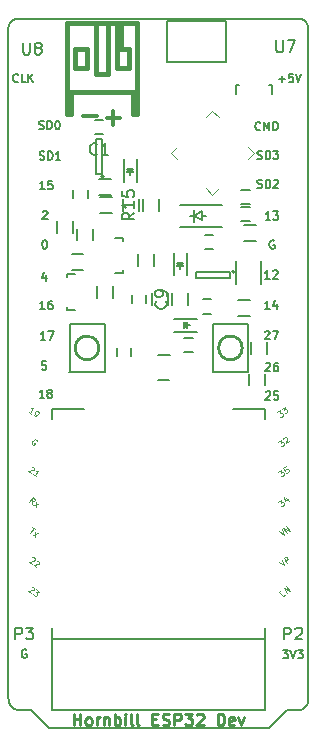
<source format=gbr>
G04 #@! TF.FileFunction,Legend,Top*
%FSLAX46Y46*%
G04 Gerber Fmt 4.6, Leading zero omitted, Abs format (unit mm)*
G04 Created by KiCad (PCBNEW 4.0.4-stable) date 12/03/16 16:19:23*
%MOMM*%
%LPD*%
G01*
G04 APERTURE LIST*
%ADD10C,0.100000*%
%ADD11C,0.125000*%
%ADD12C,0.150000*%
%ADD13C,0.175000*%
%ADD14C,0.250000*%
%ADD15C,0.300000*%
%ADD16C,0.254000*%
%ADD17C,0.381000*%
%ADD18C,0.050800*%
G04 APERTURE END LIST*
D10*
D11*
X79326755Y-115467890D02*
X79360012Y-115462623D01*
X79412532Y-115471350D01*
X79508843Y-115541324D01*
X79533373Y-115588577D01*
X79538640Y-115621834D01*
X79529912Y-115674354D01*
X79501922Y-115712878D01*
X79440676Y-115756670D01*
X79041590Y-115819879D01*
X79292000Y-116001812D01*
X79720729Y-115695268D02*
X79971138Y-115877201D01*
X79724343Y-115933336D01*
X79782129Y-115975321D01*
X79806659Y-116022572D01*
X79811927Y-116055830D01*
X79803199Y-116108349D01*
X79733225Y-116204660D01*
X79685973Y-116229190D01*
X79652715Y-116234458D01*
X79600196Y-116225730D01*
X79484623Y-116141761D01*
X79460093Y-116094509D01*
X79454826Y-116061252D01*
X79377555Y-112978690D02*
X79410812Y-112973423D01*
X79463332Y-112982150D01*
X79559643Y-113052124D01*
X79584173Y-113099377D01*
X79589440Y-113132634D01*
X79580712Y-113185154D01*
X79552722Y-113223678D01*
X79491476Y-113267470D01*
X79092390Y-113330679D01*
X79342800Y-113512612D01*
X79762800Y-113258588D02*
X79796058Y-113253320D01*
X79848578Y-113262047D01*
X79944889Y-113332022D01*
X79969418Y-113379274D01*
X79974686Y-113412532D01*
X79965958Y-113465051D01*
X79937968Y-113503576D01*
X79876722Y-113547367D01*
X79477636Y-113610576D01*
X79728045Y-113792510D01*
X79383638Y-110421157D02*
X79614786Y-110589096D01*
X79205319Y-110909635D02*
X79499212Y-110505126D01*
X79417205Y-111063579D02*
X79825018Y-110947850D01*
X79613133Y-110793907D02*
X79629090Y-111217522D01*
D12*
X80807120Y-127451475D02*
X99399920Y-127451475D01*
X80299120Y-126943474D02*
X80807120Y-127451475D01*
X79283120Y-125927474D02*
X80299120Y-126943474D01*
X99907920Y-126943475D02*
X99399920Y-127451475D01*
X100923920Y-125927475D02*
X99907920Y-126943475D01*
X101838320Y-125927474D02*
X100923920Y-125927475D01*
X101838321Y-125927475D02*
G75*
G03X102752720Y-125013074I-1J914400D01*
G01*
X102752720Y-68117075D02*
X102752720Y-125013074D01*
X77352720Y-124860675D02*
X77352720Y-68117075D01*
X79283120Y-125927474D02*
X78216320Y-125927475D01*
X77352719Y-124860674D02*
G75*
G03X78216320Y-125927475I965201J-101600D01*
G01*
X102752719Y-68117074D02*
G75*
G03X101787520Y-67355075I-863599J-101600D01*
G01*
X101787520Y-67355075D02*
X78317921Y-67355075D01*
X78317919Y-67355076D02*
G75*
G03X77352720Y-68117075I-101600J-863599D01*
G01*
D11*
X79330524Y-108460602D02*
X79335637Y-108170015D01*
X79099377Y-108292663D02*
X79393269Y-107888155D01*
X79547368Y-108000114D01*
X79571897Y-108047366D01*
X79577164Y-108080624D01*
X79568437Y-108133143D01*
X79526452Y-108190930D01*
X79479200Y-108215459D01*
X79445943Y-108220727D01*
X79393424Y-108211999D01*
X79239326Y-108100040D01*
X79465361Y-108558566D02*
X79873174Y-108442837D01*
X79661289Y-108288894D02*
X79677245Y-108712510D01*
X79326755Y-105307890D02*
X79360012Y-105302623D01*
X79412532Y-105311350D01*
X79508843Y-105381324D01*
X79533373Y-105428577D01*
X79538640Y-105461834D01*
X79529912Y-105514354D01*
X79501922Y-105552878D01*
X79440676Y-105596670D01*
X79041590Y-105659879D01*
X79292000Y-105841812D01*
X79677245Y-106121710D02*
X79446098Y-105953771D01*
X79561672Y-106037740D02*
X79855564Y-105633232D01*
X79775055Y-105663029D01*
X79708541Y-105673564D01*
X79656021Y-105664837D01*
X79292000Y-100812612D02*
X79060852Y-100644674D01*
X79176426Y-100728643D02*
X79470319Y-100324134D01*
X79389809Y-100353932D01*
X79323295Y-100364467D01*
X79270775Y-100355740D01*
X79484623Y-100952561D02*
X79561672Y-101008540D01*
X79614191Y-101017268D01*
X79647449Y-101012001D01*
X79727958Y-100982204D01*
X79803199Y-100919149D01*
X79915158Y-100765051D01*
X79923886Y-100712532D01*
X79918618Y-100679274D01*
X79894089Y-100632022D01*
X79817040Y-100576042D01*
X79764520Y-100567315D01*
X79731263Y-100572583D01*
X79684011Y-100597113D01*
X79614036Y-100693424D01*
X79605309Y-100745943D01*
X79610576Y-100779201D01*
X79635106Y-100826452D01*
X79712155Y-100882432D01*
X79764674Y-100891160D01*
X79797932Y-100885892D01*
X79845184Y-100861362D01*
X79754889Y-103100317D02*
X79730359Y-103053065D01*
X79672573Y-103011081D01*
X79600790Y-102988358D01*
X79534276Y-102998893D01*
X79487024Y-103023423D01*
X79411782Y-103086477D01*
X79369797Y-103144265D01*
X79333081Y-103235309D01*
X79324353Y-103287828D01*
X79334888Y-103354342D01*
X79378680Y-103415589D01*
X79417205Y-103443579D01*
X79488986Y-103466301D01*
X79522244Y-103461034D01*
X79620208Y-103326198D01*
X79543158Y-103270219D01*
D13*
X78872533Y-120808000D02*
X78805867Y-120774667D01*
X78705867Y-120774667D01*
X78605867Y-120808000D01*
X78539200Y-120874667D01*
X78505867Y-120941333D01*
X78472533Y-121074667D01*
X78472533Y-121174667D01*
X78505867Y-121308000D01*
X78539200Y-121374667D01*
X78605867Y-121441333D01*
X78705867Y-121474667D01*
X78772533Y-121474667D01*
X78872533Y-121441333D01*
X78905867Y-121408000D01*
X78905867Y-121174667D01*
X78772533Y-121174667D01*
D11*
X100416843Y-116062827D02*
X100551678Y-115964863D01*
X100763409Y-116134763D02*
X100570786Y-116274712D01*
X100276893Y-115870203D01*
X100469516Y-115730255D01*
X100936770Y-116008809D02*
X100642877Y-115604301D01*
X101167917Y-115840871D01*
X100874025Y-115436362D01*
X100238369Y-113358193D02*
X100667098Y-113664737D01*
X100508041Y-113162265D01*
X100936770Y-113468809D02*
X100642877Y-113064301D01*
X100796975Y-112952342D01*
X100849495Y-112943615D01*
X100882752Y-112948883D01*
X100930005Y-112973412D01*
X100971989Y-113031199D01*
X100980716Y-113083718D01*
X100975449Y-113116976D01*
X100950919Y-113164227D01*
X100796821Y-113276186D01*
X100228737Y-110774391D02*
X100657466Y-111080935D01*
X100498409Y-110578463D01*
X100927138Y-110885007D02*
X100633246Y-110480498D01*
X101158286Y-110717068D01*
X100864393Y-110312560D01*
X100197200Y-108271196D02*
X100447609Y-108089263D01*
X100424733Y-108341325D01*
X100482520Y-108299341D01*
X100535039Y-108290613D01*
X100568297Y-108295881D01*
X100615548Y-108320411D01*
X100685522Y-108416722D01*
X100694250Y-108469241D01*
X100688983Y-108502499D01*
X100664453Y-108549751D01*
X100548879Y-108633720D01*
X100496360Y-108642448D01*
X100463103Y-108637180D01*
X100892295Y-107972191D02*
X101088223Y-108241863D01*
X100684025Y-107888067D02*
X100797636Y-108246976D01*
X101048047Y-108065043D01*
X100197200Y-105731196D02*
X100447609Y-105549263D01*
X100424733Y-105801325D01*
X100482520Y-105759341D01*
X100535039Y-105750613D01*
X100568297Y-105755881D01*
X100615548Y-105780411D01*
X100685522Y-105876722D01*
X100694250Y-105929241D01*
X100688983Y-105962499D01*
X100664453Y-106009751D01*
X100548879Y-106093720D01*
X100496360Y-106102448D01*
X100463103Y-106097180D01*
X100813593Y-105283360D02*
X100620970Y-105423308D01*
X100741657Y-105629927D01*
X100746925Y-105596669D01*
X100771455Y-105549418D01*
X100867766Y-105479444D01*
X100920285Y-105470716D01*
X100953543Y-105475983D01*
X101000794Y-105500513D01*
X101070768Y-105596824D01*
X101079496Y-105649344D01*
X101074229Y-105682601D01*
X101049699Y-105729853D01*
X100953388Y-105799827D01*
X100900868Y-105808555D01*
X100867611Y-105803287D01*
X100197200Y-103191196D02*
X100447609Y-103009263D01*
X100424733Y-103261325D01*
X100482520Y-103219341D01*
X100535039Y-103210613D01*
X100568297Y-103215881D01*
X100615548Y-103240411D01*
X100685522Y-103336722D01*
X100694250Y-103389241D01*
X100688983Y-103422499D01*
X100664453Y-103469751D01*
X100548879Y-103553720D01*
X100496360Y-103562448D01*
X100463103Y-103557180D01*
X100629698Y-102935829D02*
X100634966Y-102902571D01*
X100659495Y-102855319D01*
X100755806Y-102785345D01*
X100808326Y-102776618D01*
X100841584Y-102781885D01*
X100888835Y-102806415D01*
X100916825Y-102844940D01*
X100939547Y-102916721D01*
X100876338Y-103315807D01*
X101126748Y-103133874D01*
X100095600Y-100701996D02*
X100346009Y-100520063D01*
X100323133Y-100772125D01*
X100380920Y-100730141D01*
X100433439Y-100721413D01*
X100466697Y-100726681D01*
X100513948Y-100751211D01*
X100583922Y-100847522D01*
X100592650Y-100900041D01*
X100587383Y-100933299D01*
X100562853Y-100980551D01*
X100447279Y-101064520D01*
X100394760Y-101073248D01*
X100361503Y-101067980D01*
X100480846Y-100422098D02*
X100731255Y-100240165D01*
X100708379Y-100492228D01*
X100766166Y-100450244D01*
X100818685Y-100441516D01*
X100851943Y-100446783D01*
X100899194Y-100471313D01*
X100969168Y-100567624D01*
X100977896Y-100620144D01*
X100972629Y-100653401D01*
X100948099Y-100700653D01*
X100832525Y-100784622D01*
X100780006Y-100793350D01*
X100746749Y-100788082D01*
D13*
X99852933Y-86162400D02*
X99786267Y-86129067D01*
X99686267Y-86129067D01*
X99586267Y-86162400D01*
X99519600Y-86229067D01*
X99486267Y-86295733D01*
X99452933Y-86429067D01*
X99452933Y-86529067D01*
X99486267Y-86662400D01*
X99519600Y-86729067D01*
X99586267Y-86795733D01*
X99686267Y-86829067D01*
X99752933Y-86829067D01*
X99852933Y-86795733D01*
X99886267Y-86762400D01*
X99886267Y-86529067D01*
X99752933Y-86529067D01*
D14*
X82876332Y-127198381D02*
X82876332Y-126198381D01*
X82876332Y-126674571D02*
X83447761Y-126674571D01*
X83447761Y-127198381D02*
X83447761Y-126198381D01*
X84066808Y-127198381D02*
X83971570Y-127150762D01*
X83923951Y-127103143D01*
X83876332Y-127007905D01*
X83876332Y-126722190D01*
X83923951Y-126626952D01*
X83971570Y-126579333D01*
X84066808Y-126531714D01*
X84209666Y-126531714D01*
X84304904Y-126579333D01*
X84352523Y-126626952D01*
X84400142Y-126722190D01*
X84400142Y-127007905D01*
X84352523Y-127103143D01*
X84304904Y-127150762D01*
X84209666Y-127198381D01*
X84066808Y-127198381D01*
X84828713Y-127198381D02*
X84828713Y-126531714D01*
X84828713Y-126722190D02*
X84876332Y-126626952D01*
X84923951Y-126579333D01*
X85019189Y-126531714D01*
X85114428Y-126531714D01*
X85447761Y-126531714D02*
X85447761Y-127198381D01*
X85447761Y-126626952D02*
X85495380Y-126579333D01*
X85590618Y-126531714D01*
X85733476Y-126531714D01*
X85828714Y-126579333D01*
X85876333Y-126674571D01*
X85876333Y-127198381D01*
X86352523Y-127198381D02*
X86352523Y-126198381D01*
X86352523Y-126579333D02*
X86447761Y-126531714D01*
X86638238Y-126531714D01*
X86733476Y-126579333D01*
X86781095Y-126626952D01*
X86828714Y-126722190D01*
X86828714Y-127007905D01*
X86781095Y-127103143D01*
X86733476Y-127150762D01*
X86638238Y-127198381D01*
X86447761Y-127198381D01*
X86352523Y-127150762D01*
X87257285Y-127198381D02*
X87257285Y-126531714D01*
X87257285Y-126198381D02*
X87209666Y-126246000D01*
X87257285Y-126293619D01*
X87304904Y-126246000D01*
X87257285Y-126198381D01*
X87257285Y-126293619D01*
X87876332Y-127198381D02*
X87781094Y-127150762D01*
X87733475Y-127055524D01*
X87733475Y-126198381D01*
X88400142Y-127198381D02*
X88304904Y-127150762D01*
X88257285Y-127055524D01*
X88257285Y-126198381D01*
X89543000Y-126674571D02*
X89876334Y-126674571D01*
X90019191Y-127198381D02*
X89543000Y-127198381D01*
X89543000Y-126198381D01*
X90019191Y-126198381D01*
X90400143Y-127150762D02*
X90543000Y-127198381D01*
X90781096Y-127198381D01*
X90876334Y-127150762D01*
X90923953Y-127103143D01*
X90971572Y-127007905D01*
X90971572Y-126912667D01*
X90923953Y-126817429D01*
X90876334Y-126769810D01*
X90781096Y-126722190D01*
X90590619Y-126674571D01*
X90495381Y-126626952D01*
X90447762Y-126579333D01*
X90400143Y-126484095D01*
X90400143Y-126388857D01*
X90447762Y-126293619D01*
X90495381Y-126246000D01*
X90590619Y-126198381D01*
X90828715Y-126198381D01*
X90971572Y-126246000D01*
X91400143Y-127198381D02*
X91400143Y-126198381D01*
X91781096Y-126198381D01*
X91876334Y-126246000D01*
X91923953Y-126293619D01*
X91971572Y-126388857D01*
X91971572Y-126531714D01*
X91923953Y-126626952D01*
X91876334Y-126674571D01*
X91781096Y-126722190D01*
X91400143Y-126722190D01*
X92304905Y-126198381D02*
X92923953Y-126198381D01*
X92590619Y-126579333D01*
X92733477Y-126579333D01*
X92828715Y-126626952D01*
X92876334Y-126674571D01*
X92923953Y-126769810D01*
X92923953Y-127007905D01*
X92876334Y-127103143D01*
X92828715Y-127150762D01*
X92733477Y-127198381D01*
X92447762Y-127198381D01*
X92352524Y-127150762D01*
X92304905Y-127103143D01*
X93304905Y-126293619D02*
X93352524Y-126246000D01*
X93447762Y-126198381D01*
X93685858Y-126198381D01*
X93781096Y-126246000D01*
X93828715Y-126293619D01*
X93876334Y-126388857D01*
X93876334Y-126484095D01*
X93828715Y-126626952D01*
X93257286Y-127198381D01*
X93876334Y-127198381D01*
X95066810Y-127198381D02*
X95066810Y-126198381D01*
X95304905Y-126198381D01*
X95447763Y-126246000D01*
X95543001Y-126341238D01*
X95590620Y-126436476D01*
X95638239Y-126626952D01*
X95638239Y-126769810D01*
X95590620Y-126960286D01*
X95543001Y-127055524D01*
X95447763Y-127150762D01*
X95304905Y-127198381D01*
X95066810Y-127198381D01*
X96447763Y-127150762D02*
X96352525Y-127198381D01*
X96162048Y-127198381D01*
X96066810Y-127150762D01*
X96019191Y-127055524D01*
X96019191Y-126674571D01*
X96066810Y-126579333D01*
X96162048Y-126531714D01*
X96352525Y-126531714D01*
X96447763Y-126579333D01*
X96495382Y-126674571D01*
X96495382Y-126769810D01*
X96019191Y-126865048D01*
X96828715Y-126531714D02*
X97066810Y-127198381D01*
X97304906Y-126531714D01*
D13*
X100580933Y-120825467D02*
X101014266Y-120825467D01*
X100780933Y-121092133D01*
X100880933Y-121092133D01*
X100947600Y-121125467D01*
X100980933Y-121158800D01*
X101014266Y-121225467D01*
X101014266Y-121392133D01*
X100980933Y-121458800D01*
X100947600Y-121492133D01*
X100880933Y-121525467D01*
X100680933Y-121525467D01*
X100614266Y-121492133D01*
X100580933Y-121458800D01*
X101214267Y-120825467D02*
X101447600Y-121525467D01*
X101680933Y-120825467D01*
X101847600Y-120825467D02*
X102280933Y-120825467D01*
X102047600Y-121092133D01*
X102147600Y-121092133D01*
X102214267Y-121125467D01*
X102247600Y-121158800D01*
X102280933Y-121225467D01*
X102280933Y-121392133D01*
X102247600Y-121458800D01*
X102214267Y-121492133D01*
X102147600Y-121525467D01*
X101947600Y-121525467D01*
X101880933Y-121492133D01*
X101847600Y-121458800D01*
X80384666Y-99478267D02*
X79984666Y-99478267D01*
X80184666Y-99478267D02*
X80184666Y-98778267D01*
X80118000Y-98878267D01*
X80051333Y-98944933D01*
X79984666Y-98978267D01*
X80784667Y-99078267D02*
X80718000Y-99044933D01*
X80684667Y-99011600D01*
X80651333Y-98944933D01*
X80651333Y-98911600D01*
X80684667Y-98844933D01*
X80718000Y-98811600D01*
X80784667Y-98778267D01*
X80918000Y-98778267D01*
X80984667Y-98811600D01*
X81018000Y-98844933D01*
X81051333Y-98911600D01*
X81051333Y-98944933D01*
X81018000Y-99011600D01*
X80984667Y-99044933D01*
X80918000Y-99078267D01*
X80784667Y-99078267D01*
X80718000Y-99111600D01*
X80684667Y-99144933D01*
X80651333Y-99211600D01*
X80651333Y-99344933D01*
X80684667Y-99411600D01*
X80718000Y-99444933D01*
X80784667Y-99478267D01*
X80918000Y-99478267D01*
X80984667Y-99444933D01*
X81018000Y-99411600D01*
X81051333Y-99344933D01*
X81051333Y-99211600D01*
X81018000Y-99144933D01*
X80984667Y-99111600D01*
X80918000Y-99078267D01*
X80532267Y-96390667D02*
X80198934Y-96390667D01*
X80165600Y-96724000D01*
X80198934Y-96690667D01*
X80265600Y-96657333D01*
X80432267Y-96657333D01*
X80498934Y-96690667D01*
X80532267Y-96724000D01*
X80565600Y-96790667D01*
X80565600Y-96957333D01*
X80532267Y-97024000D01*
X80498934Y-97057333D01*
X80432267Y-97090667D01*
X80265600Y-97090667D01*
X80198934Y-97057333D01*
X80165600Y-97024000D01*
X80486266Y-94550667D02*
X80086266Y-94550667D01*
X80286266Y-94550667D02*
X80286266Y-93850667D01*
X80219600Y-93950667D01*
X80152933Y-94017333D01*
X80086266Y-94050667D01*
X80719600Y-93850667D02*
X81186267Y-93850667D01*
X80886267Y-94550667D01*
X80435466Y-91959867D02*
X80035466Y-91959867D01*
X80235466Y-91959867D02*
X80235466Y-91259867D01*
X80168800Y-91359867D01*
X80102133Y-91426533D01*
X80035466Y-91459867D01*
X81035467Y-91259867D02*
X80902133Y-91259867D01*
X80835467Y-91293200D01*
X80802133Y-91326533D01*
X80735467Y-91426533D01*
X80702133Y-91559867D01*
X80702133Y-91826533D01*
X80735467Y-91893200D01*
X80768800Y-91926533D01*
X80835467Y-91959867D01*
X80968800Y-91959867D01*
X81035467Y-91926533D01*
X81068800Y-91893200D01*
X81102133Y-91826533D01*
X81102133Y-91659867D01*
X81068800Y-91593200D01*
X81035467Y-91559867D01*
X80968800Y-91526533D01*
X80835467Y-91526533D01*
X80768800Y-91559867D01*
X80735467Y-91593200D01*
X80702133Y-91659867D01*
X80498934Y-89105600D02*
X80498934Y-89572267D01*
X80332267Y-88838933D02*
X80165600Y-89338933D01*
X80598934Y-89338933D01*
X80383067Y-86129067D02*
X80449734Y-86129067D01*
X80516400Y-86162400D01*
X80549734Y-86195733D01*
X80583067Y-86262400D01*
X80616400Y-86395733D01*
X80616400Y-86562400D01*
X80583067Y-86695733D01*
X80549734Y-86762400D01*
X80516400Y-86795733D01*
X80449734Y-86829067D01*
X80383067Y-86829067D01*
X80316400Y-86795733D01*
X80283067Y-86762400D01*
X80249734Y-86695733D01*
X80216400Y-86562400D01*
X80216400Y-86395733D01*
X80249734Y-86262400D01*
X80283067Y-86195733D01*
X80316400Y-86162400D01*
X80383067Y-86129067D01*
X80267200Y-83706533D02*
X80300534Y-83673200D01*
X80367200Y-83639867D01*
X80533867Y-83639867D01*
X80600534Y-83673200D01*
X80633867Y-83706533D01*
X80667200Y-83773200D01*
X80667200Y-83839867D01*
X80633867Y-83939867D01*
X80233867Y-84339867D01*
X80667200Y-84339867D01*
X80435466Y-81799867D02*
X80035466Y-81799867D01*
X80235466Y-81799867D02*
X80235466Y-81099867D01*
X80168800Y-81199867D01*
X80102133Y-81266533D01*
X80035466Y-81299867D01*
X81068800Y-81099867D02*
X80735467Y-81099867D01*
X80702133Y-81433200D01*
X80735467Y-81399867D01*
X80802133Y-81366533D01*
X80968800Y-81366533D01*
X81035467Y-81399867D01*
X81068800Y-81433200D01*
X81102133Y-81499867D01*
X81102133Y-81666533D01*
X81068800Y-81733200D01*
X81035467Y-81766533D01*
X80968800Y-81799867D01*
X80802133Y-81799867D01*
X80735467Y-81766533D01*
X80702133Y-81733200D01*
X79990266Y-79277333D02*
X80090266Y-79310667D01*
X80256933Y-79310667D01*
X80323600Y-79277333D01*
X80356933Y-79244000D01*
X80390266Y-79177333D01*
X80390266Y-79110667D01*
X80356933Y-79044000D01*
X80323600Y-79010667D01*
X80256933Y-78977333D01*
X80123600Y-78944000D01*
X80056933Y-78910667D01*
X80023600Y-78877333D01*
X79990266Y-78810667D01*
X79990266Y-78744000D01*
X80023600Y-78677333D01*
X80056933Y-78644000D01*
X80123600Y-78610667D01*
X80290266Y-78610667D01*
X80390266Y-78644000D01*
X80690267Y-79310667D02*
X80690267Y-78610667D01*
X80856933Y-78610667D01*
X80956933Y-78644000D01*
X81023600Y-78710667D01*
X81056933Y-78777333D01*
X81090267Y-78910667D01*
X81090267Y-79010667D01*
X81056933Y-79144000D01*
X81023600Y-79210667D01*
X80956933Y-79277333D01*
X80856933Y-79310667D01*
X80690267Y-79310667D01*
X81756933Y-79310667D02*
X81356933Y-79310667D01*
X81556933Y-79310667D02*
X81556933Y-78610667D01*
X81490267Y-78710667D01*
X81423600Y-78777333D01*
X81356933Y-78810667D01*
X79939466Y-76686533D02*
X80039466Y-76719867D01*
X80206133Y-76719867D01*
X80272800Y-76686533D01*
X80306133Y-76653200D01*
X80339466Y-76586533D01*
X80339466Y-76519867D01*
X80306133Y-76453200D01*
X80272800Y-76419867D01*
X80206133Y-76386533D01*
X80072800Y-76353200D01*
X80006133Y-76319867D01*
X79972800Y-76286533D01*
X79939466Y-76219867D01*
X79939466Y-76153200D01*
X79972800Y-76086533D01*
X80006133Y-76053200D01*
X80072800Y-76019867D01*
X80239466Y-76019867D01*
X80339466Y-76053200D01*
X80639467Y-76719867D02*
X80639467Y-76019867D01*
X80806133Y-76019867D01*
X80906133Y-76053200D01*
X80972800Y-76119867D01*
X81006133Y-76186533D01*
X81039467Y-76319867D01*
X81039467Y-76419867D01*
X81006133Y-76553200D01*
X80972800Y-76619867D01*
X80906133Y-76686533D01*
X80806133Y-76719867D01*
X80639467Y-76719867D01*
X81472800Y-76019867D02*
X81539467Y-76019867D01*
X81606133Y-76053200D01*
X81639467Y-76086533D01*
X81672800Y-76153200D01*
X81706133Y-76286533D01*
X81706133Y-76453200D01*
X81672800Y-76586533D01*
X81639467Y-76653200D01*
X81606133Y-76686533D01*
X81539467Y-76719867D01*
X81472800Y-76719867D01*
X81406133Y-76686533D01*
X81372800Y-76653200D01*
X81339467Y-76586533D01*
X81306133Y-76453200D01*
X81306133Y-76286533D01*
X81339467Y-76153200D01*
X81372800Y-76086533D01*
X81406133Y-76053200D01*
X81472800Y-76019867D01*
X78170934Y-72690800D02*
X78137600Y-72724133D01*
X78037600Y-72757467D01*
X77970934Y-72757467D01*
X77870934Y-72724133D01*
X77804267Y-72657467D01*
X77770934Y-72590800D01*
X77737600Y-72457467D01*
X77737600Y-72357467D01*
X77770934Y-72224133D01*
X77804267Y-72157467D01*
X77870934Y-72090800D01*
X77970934Y-72057467D01*
X78037600Y-72057467D01*
X78137600Y-72090800D01*
X78170934Y-72124133D01*
X78804267Y-72757467D02*
X78470934Y-72757467D01*
X78470934Y-72057467D01*
X79037601Y-72757467D02*
X79037601Y-72057467D01*
X79437601Y-72757467D02*
X79137601Y-72357467D01*
X79437601Y-72057467D02*
X79037601Y-72457467D01*
X100242800Y-72490800D02*
X100776133Y-72490800D01*
X100509466Y-72757467D02*
X100509466Y-72224133D01*
X101442800Y-72057467D02*
X101109467Y-72057467D01*
X101076133Y-72390800D01*
X101109467Y-72357467D01*
X101176133Y-72324133D01*
X101342800Y-72324133D01*
X101409467Y-72357467D01*
X101442800Y-72390800D01*
X101476133Y-72457467D01*
X101476133Y-72624133D01*
X101442800Y-72690800D01*
X101409467Y-72724133D01*
X101342800Y-72757467D01*
X101176133Y-72757467D01*
X101109467Y-72724133D01*
X101076133Y-72690800D01*
X101676134Y-72057467D02*
X101909467Y-72757467D01*
X102142800Y-72057467D01*
X98679067Y-76754800D02*
X98645733Y-76788133D01*
X98545733Y-76821467D01*
X98479067Y-76821467D01*
X98379067Y-76788133D01*
X98312400Y-76721467D01*
X98279067Y-76654800D01*
X98245733Y-76521467D01*
X98245733Y-76421467D01*
X98279067Y-76288133D01*
X98312400Y-76221467D01*
X98379067Y-76154800D01*
X98479067Y-76121467D01*
X98545733Y-76121467D01*
X98645733Y-76154800D01*
X98679067Y-76188133D01*
X98979067Y-76821467D02*
X98979067Y-76121467D01*
X99212400Y-76621467D01*
X99445733Y-76121467D01*
X99445733Y-76821467D01*
X99779067Y-76821467D02*
X99779067Y-76121467D01*
X99945733Y-76121467D01*
X100045733Y-76154800D01*
X100112400Y-76221467D01*
X100145733Y-76288133D01*
X100179067Y-76421467D01*
X100179067Y-76521467D01*
X100145733Y-76654800D01*
X100112400Y-76721467D01*
X100045733Y-76788133D01*
X99945733Y-76821467D01*
X99779067Y-76821467D01*
X98430666Y-81664933D02*
X98530666Y-81698267D01*
X98697333Y-81698267D01*
X98764000Y-81664933D01*
X98797333Y-81631600D01*
X98830666Y-81564933D01*
X98830666Y-81498267D01*
X98797333Y-81431600D01*
X98764000Y-81398267D01*
X98697333Y-81364933D01*
X98564000Y-81331600D01*
X98497333Y-81298267D01*
X98464000Y-81264933D01*
X98430666Y-81198267D01*
X98430666Y-81131600D01*
X98464000Y-81064933D01*
X98497333Y-81031600D01*
X98564000Y-80998267D01*
X98730666Y-80998267D01*
X98830666Y-81031600D01*
X99130667Y-81698267D02*
X99130667Y-80998267D01*
X99297333Y-80998267D01*
X99397333Y-81031600D01*
X99464000Y-81098267D01*
X99497333Y-81164933D01*
X99530667Y-81298267D01*
X99530667Y-81398267D01*
X99497333Y-81531600D01*
X99464000Y-81598267D01*
X99397333Y-81664933D01*
X99297333Y-81698267D01*
X99130667Y-81698267D01*
X99797333Y-81064933D02*
X99830667Y-81031600D01*
X99897333Y-80998267D01*
X100064000Y-80998267D01*
X100130667Y-81031600D01*
X100164000Y-81064933D01*
X100197333Y-81131600D01*
X100197333Y-81198267D01*
X100164000Y-81298267D01*
X99764000Y-81698267D01*
X100197333Y-81698267D01*
X99536266Y-84390667D02*
X99136266Y-84390667D01*
X99336266Y-84390667D02*
X99336266Y-83690667D01*
X99269600Y-83790667D01*
X99202933Y-83857333D01*
X99136266Y-83890667D01*
X99769600Y-83690667D02*
X100202933Y-83690667D01*
X99969600Y-83957333D01*
X100069600Y-83957333D01*
X100136267Y-83990667D01*
X100169600Y-84024000D01*
X100202933Y-84090667D01*
X100202933Y-84257333D01*
X100169600Y-84324000D01*
X100136267Y-84357333D01*
X100069600Y-84390667D01*
X99869600Y-84390667D01*
X99802933Y-84357333D01*
X99769600Y-84324000D01*
X99485466Y-89369067D02*
X99085466Y-89369067D01*
X99285466Y-89369067D02*
X99285466Y-88669067D01*
X99218800Y-88769067D01*
X99152133Y-88835733D01*
X99085466Y-88869067D01*
X99752133Y-88735733D02*
X99785467Y-88702400D01*
X99852133Y-88669067D01*
X100018800Y-88669067D01*
X100085467Y-88702400D01*
X100118800Y-88735733D01*
X100152133Y-88802400D01*
X100152133Y-88869067D01*
X100118800Y-88969067D01*
X99718800Y-89369067D01*
X100152133Y-89369067D01*
X99485466Y-91959867D02*
X99085466Y-91959867D01*
X99285466Y-91959867D02*
X99285466Y-91259867D01*
X99218800Y-91359867D01*
X99152133Y-91426533D01*
X99085466Y-91459867D01*
X100085467Y-91493200D02*
X100085467Y-91959867D01*
X99918800Y-91226533D02*
X99752133Y-91726533D01*
X100185467Y-91726533D01*
X99085466Y-93866533D02*
X99118800Y-93833200D01*
X99185466Y-93799867D01*
X99352133Y-93799867D01*
X99418800Y-93833200D01*
X99452133Y-93866533D01*
X99485466Y-93933200D01*
X99485466Y-93999867D01*
X99452133Y-94099867D01*
X99052133Y-94499867D01*
X99485466Y-94499867D01*
X99718800Y-93799867D02*
X100185467Y-93799867D01*
X99885467Y-94499867D01*
X98430666Y-79226533D02*
X98530666Y-79259867D01*
X98697333Y-79259867D01*
X98764000Y-79226533D01*
X98797333Y-79193200D01*
X98830666Y-79126533D01*
X98830666Y-79059867D01*
X98797333Y-78993200D01*
X98764000Y-78959867D01*
X98697333Y-78926533D01*
X98564000Y-78893200D01*
X98497333Y-78859867D01*
X98464000Y-78826533D01*
X98430666Y-78759867D01*
X98430666Y-78693200D01*
X98464000Y-78626533D01*
X98497333Y-78593200D01*
X98564000Y-78559867D01*
X98730666Y-78559867D01*
X98830666Y-78593200D01*
X99130667Y-79259867D02*
X99130667Y-78559867D01*
X99297333Y-78559867D01*
X99397333Y-78593200D01*
X99464000Y-78659867D01*
X99497333Y-78726533D01*
X99530667Y-78859867D01*
X99530667Y-78959867D01*
X99497333Y-79093200D01*
X99464000Y-79159867D01*
X99397333Y-79226533D01*
X99297333Y-79259867D01*
X99130667Y-79259867D01*
X99764000Y-78559867D02*
X100197333Y-78559867D01*
X99964000Y-78826533D01*
X100064000Y-78826533D01*
X100130667Y-78859867D01*
X100164000Y-78893200D01*
X100197333Y-78959867D01*
X100197333Y-79126533D01*
X100164000Y-79193200D01*
X100130667Y-79226533D01*
X100064000Y-79259867D01*
X99864000Y-79259867D01*
X99797333Y-79226533D01*
X99764000Y-79193200D01*
X99136266Y-96558933D02*
X99169600Y-96525600D01*
X99236266Y-96492267D01*
X99402933Y-96492267D01*
X99469600Y-96525600D01*
X99502933Y-96558933D01*
X99536266Y-96625600D01*
X99536266Y-96692267D01*
X99502933Y-96792267D01*
X99102933Y-97192267D01*
X99536266Y-97192267D01*
X100136267Y-96492267D02*
X100002933Y-96492267D01*
X99936267Y-96525600D01*
X99902933Y-96558933D01*
X99836267Y-96658933D01*
X99802933Y-96792267D01*
X99802933Y-97058933D01*
X99836267Y-97125600D01*
X99869600Y-97158933D01*
X99936267Y-97192267D01*
X100069600Y-97192267D01*
X100136267Y-97158933D01*
X100169600Y-97125600D01*
X100202933Y-97058933D01*
X100202933Y-96892267D01*
X100169600Y-96825600D01*
X100136267Y-96792267D01*
X100069600Y-96758933D01*
X99936267Y-96758933D01*
X99869600Y-96792267D01*
X99836267Y-96825600D01*
X99802933Y-96892267D01*
X99136266Y-98997333D02*
X99169600Y-98964000D01*
X99236266Y-98930667D01*
X99402933Y-98930667D01*
X99469600Y-98964000D01*
X99502933Y-98997333D01*
X99536266Y-99064000D01*
X99536266Y-99130667D01*
X99502933Y-99230667D01*
X99102933Y-99630667D01*
X99536266Y-99630667D01*
X100169600Y-98930667D02*
X99836267Y-98930667D01*
X99802933Y-99264000D01*
X99836267Y-99230667D01*
X99902933Y-99197333D01*
X100069600Y-99197333D01*
X100136267Y-99230667D01*
X100169600Y-99264000D01*
X100202933Y-99330667D01*
X100202933Y-99497333D01*
X100169600Y-99564000D01*
X100136267Y-99597333D01*
X100069600Y-99630667D01*
X99902933Y-99630667D01*
X99836267Y-99597333D01*
X99802933Y-99564000D01*
D15*
X84832949Y-75629933D02*
X83690092Y-75629933D01*
X86814148Y-75782332D02*
X85671291Y-75782332D01*
X86242720Y-75210904D02*
X86242720Y-76353761D01*
D12*
X99052721Y-119875875D02*
X99052721Y-118975875D01*
X81052721Y-100375875D02*
X81052721Y-101275875D01*
X99052721Y-100375875D02*
X99052721Y-101275875D01*
X99052721Y-119875875D02*
X81052721Y-119875875D01*
X81052721Y-119875875D02*
X81052721Y-118975875D01*
X81052721Y-100375875D02*
X83752721Y-100375875D01*
X99052721Y-100375875D02*
X96352721Y-100375875D01*
X99052721Y-125875875D02*
X99052721Y-119875875D01*
X99052721Y-119875875D02*
X81052721Y-119875875D01*
X81052721Y-119875875D02*
X81052721Y-125875875D01*
X81052721Y-125875875D02*
X99052721Y-125875875D01*
X99052721Y-119875875D02*
X81052721Y-119875875D01*
X99052721Y-125875875D02*
X81052721Y-125875875D01*
X82508920Y-97276275D02*
X85506120Y-97276275D01*
X85506120Y-97276275D02*
X85506120Y-93212275D01*
X85506120Y-93212275D02*
X82559720Y-93212275D01*
X82559720Y-93212275D02*
X82559720Y-97250875D01*
D16*
X85008280Y-95244275D02*
G75*
G03X85008280Y-95244275I-1000760J0D01*
G01*
D12*
X97647320Y-93212275D02*
X94650120Y-93212275D01*
X94650120Y-93212275D02*
X94650120Y-97276275D01*
X94650120Y-97276275D02*
X97596520Y-97276275D01*
X97596520Y-97276275D02*
X97596520Y-93237675D01*
D16*
X97149480Y-95244275D02*
G75*
G03X97149480Y-95244275I-1000760J0D01*
G01*
D12*
X90753120Y-67528674D02*
X95753120Y-67528674D01*
X95753120Y-67528674D02*
X95753120Y-71028674D01*
X95753120Y-71028674D02*
X91253120Y-71028674D01*
X91253120Y-71028674D02*
X90753120Y-71028674D01*
X90753120Y-71028674D02*
X90753120Y-67528674D01*
X93738700Y-84074000D02*
X94119700Y-84074000D01*
X92722700Y-84074000D02*
X93103700Y-84074000D01*
X93103700Y-84074000D02*
X93738700Y-83693000D01*
X93738700Y-83693000D02*
X93738700Y-84455000D01*
X93738700Y-84455000D02*
X93103700Y-84074000D01*
X93103700Y-83566000D02*
X93103700Y-84582000D01*
X95421200Y-83174000D02*
X91881200Y-83174000D01*
X95421200Y-84974000D02*
X91881200Y-84974000D01*
X87115120Y-79259874D02*
X87115120Y-81159874D01*
X88215120Y-79259874D02*
X88215120Y-81159874D01*
X87665120Y-80159874D02*
X87665120Y-80609874D01*
X87915120Y-80109874D02*
X87415120Y-80109874D01*
X87665120Y-80109874D02*
X87915120Y-80359874D01*
X87915120Y-80359874D02*
X87415120Y-80359874D01*
X87415120Y-80359874D02*
X87665120Y-80109874D01*
X91331520Y-87184676D02*
X91331520Y-89084676D01*
X92431520Y-87184676D02*
X92431520Y-89084676D01*
X91881520Y-88084676D02*
X91881520Y-88534676D01*
X92131520Y-88034676D02*
X91631520Y-88034676D01*
X91881520Y-88034676D02*
X92131520Y-88284676D01*
X92131520Y-88284676D02*
X91631520Y-88284676D01*
X91631520Y-88284676D02*
X91881520Y-88034676D01*
X91391120Y-93863875D02*
X93291120Y-93863875D01*
X91391120Y-92763875D02*
X93291120Y-92763875D01*
X92291120Y-93313875D02*
X92741120Y-93313875D01*
X92241120Y-93063875D02*
X92241120Y-93563875D01*
X92241120Y-93313875D02*
X92491120Y-93063875D01*
X92491120Y-93063875D02*
X92491120Y-93563875D01*
X92491120Y-93563875D02*
X92241120Y-93313875D01*
X85423520Y-80739075D02*
G75*
G03X85423520Y-80739075I-100000J0D01*
G01*
X84773520Y-80489075D02*
X85273520Y-80489075D01*
X84773520Y-77589075D02*
X84773520Y-80489075D01*
X85273520Y-77589075D02*
X84773520Y-77589075D01*
X85273520Y-80489075D02*
X85273520Y-77589075D01*
D17*
X86578000Y-69910314D02*
X86578000Y-67710674D01*
X86578000Y-67710674D02*
X86877720Y-67710674D01*
X86877720Y-67710674D02*
X86877720Y-69910314D01*
X84777140Y-72010894D02*
X84777140Y-67710674D01*
X85777900Y-72010894D02*
X85777900Y-67710674D01*
X84777140Y-72010894D02*
X85777900Y-72010894D01*
X83979580Y-69910314D02*
X83979580Y-71510514D01*
X82978820Y-69910314D02*
X83979580Y-69910314D01*
X82978820Y-71510514D02*
X82978820Y-69910314D01*
X83979580Y-71510514D02*
X82978820Y-71510514D01*
X87578760Y-71510514D02*
X86578000Y-71510514D01*
X86578000Y-71510514D02*
X86578000Y-69910314D01*
X86578000Y-69910314D02*
X87578760Y-69910314D01*
X87578760Y-69910314D02*
X87578760Y-71510514D01*
X82277780Y-73611094D02*
X88277260Y-73611094D01*
X82478440Y-75409414D02*
X82478440Y-73611094D01*
X88076600Y-75409414D02*
X88076600Y-73611094D01*
X88277260Y-67710674D02*
X82277780Y-67710674D01*
X82277780Y-67710674D02*
X82277780Y-75409414D01*
X82277780Y-75409414D02*
X82676560Y-75409414D01*
X82676560Y-75409414D02*
X82676560Y-73611094D01*
X87878480Y-73611094D02*
X87878480Y-75409414D01*
X87878480Y-75409414D02*
X88277260Y-75409414D01*
X88277260Y-75409414D02*
X88277260Y-67710674D01*
D12*
X99429080Y-73004036D02*
X99380820Y-73004036D01*
X96630100Y-73705076D02*
X96630100Y-73004036D01*
X96630100Y-73004036D02*
X96879020Y-73004036D01*
X99429080Y-73004036D02*
X99629740Y-73004036D01*
X99629740Y-73004036D02*
X99629740Y-73705076D01*
X96475519Y-88797475D02*
G75*
G03X96475519Y-88797475I-100000J0D01*
G01*
X96125519Y-89347475D02*
X96125519Y-88847475D01*
X93225519Y-89347475D02*
X96125519Y-89347475D01*
X93225519Y-88847475D02*
X93225519Y-89347475D01*
X96125519Y-88847475D02*
X93225519Y-88847475D01*
D18*
X95154555Y-81739069D02*
X94624720Y-82268904D01*
X94624720Y-82268904D02*
X94094885Y-81739069D01*
X91619926Y-79264110D02*
X91090091Y-78734275D01*
X91090091Y-78734275D02*
X91619926Y-78204440D01*
X97629514Y-78204440D02*
X98159349Y-78734275D01*
X98159349Y-78734275D02*
X97629514Y-79264110D01*
X95154555Y-75729481D02*
X94624720Y-75199646D01*
X94624720Y-75199646D02*
X94094885Y-75729481D01*
D12*
X87045360Y-88720234D02*
X87045360Y-88671974D01*
X86344320Y-85921254D02*
X87045360Y-85921254D01*
X87045360Y-85921254D02*
X87045360Y-86170174D01*
X87045360Y-88720234D02*
X87045360Y-88920894D01*
X87045360Y-88920894D02*
X86344320Y-88920894D01*
X82290480Y-89220714D02*
X82290480Y-89268974D01*
X82991520Y-92019694D02*
X82290480Y-92019694D01*
X82290480Y-92019694D02*
X82290480Y-91770774D01*
X82290480Y-89220714D02*
X82290480Y-89020054D01*
X82290480Y-89020054D02*
X82991520Y-89020054D01*
X97290000Y-84872200D02*
X98290000Y-84872200D01*
X98290000Y-86222200D02*
X97290000Y-86222200D01*
X86031520Y-82304875D02*
X85031520Y-82304875D01*
X85031520Y-80954875D02*
X86031520Y-80954875D01*
X91206520Y-91629475D02*
X91206520Y-90629475D01*
X92556520Y-90629475D02*
X92556520Y-91629475D01*
X86133120Y-83828875D02*
X85133120Y-83828875D01*
X85133120Y-82478875D02*
X86133120Y-82478875D01*
X83694720Y-88654875D02*
X82694720Y-88654875D01*
X82694720Y-87304875D02*
X83694720Y-87304875D01*
X86206520Y-90019874D02*
X86206520Y-91019874D01*
X84856520Y-91019874D02*
X84856520Y-90019874D01*
X96817120Y-91216475D02*
X97817120Y-91216475D01*
X97817120Y-92566475D02*
X96817120Y-92566475D01*
X82853720Y-84482675D02*
X82853720Y-85482675D01*
X81503720Y-85482675D02*
X81503720Y-84482675D01*
X88352000Y-88320500D02*
X88352000Y-87320500D01*
X89702000Y-87320500D02*
X89702000Y-88320500D01*
X83180120Y-86143075D02*
X83180120Y-85143075D01*
X84530120Y-85143075D02*
X84530120Y-86143075D01*
X97877000Y-95750000D02*
X97877000Y-94750000D01*
X99227000Y-94750000D02*
X99227000Y-95750000D01*
X85373520Y-77149875D02*
X84673520Y-77149875D01*
X84673520Y-75949875D02*
X85373520Y-75949875D01*
X93969920Y-85703475D02*
X94669920Y-85703475D01*
X94669920Y-86903475D02*
X93969920Y-86903475D01*
X97084400Y-83321600D02*
X97784400Y-83321600D01*
X97784400Y-84521600D02*
X97084400Y-84521600D01*
X97084400Y-81899200D02*
X97784400Y-81899200D01*
X97784400Y-83099200D02*
X97084400Y-83099200D01*
X94517521Y-92339074D02*
X93817521Y-92339074D01*
X93817521Y-91139074D02*
X94517521Y-91139074D01*
X82848720Y-82538674D02*
X82848720Y-81838674D01*
X84048720Y-81838674D02*
X84048720Y-82538674D01*
X96647720Y-87843474D02*
X96647720Y-89843474D01*
X98697720Y-89843474D02*
X98697720Y-87843474D01*
X92242719Y-94390275D02*
X92942719Y-94390275D01*
X92942719Y-95590275D02*
X92242719Y-95590275D01*
X89027120Y-90779475D02*
X89027120Y-91479475D01*
X87827120Y-91479475D02*
X87827120Y-90779475D01*
X86557120Y-95949875D02*
X86557120Y-95249875D01*
X87757120Y-95249875D02*
X87757120Y-95949875D01*
X88441720Y-82653875D02*
X88441720Y-83653875D01*
X87091720Y-83653875D02*
X87091720Y-82653875D01*
X90118120Y-82653875D02*
X90118120Y-83653875D01*
X88768120Y-83653875D02*
X88768120Y-82653875D01*
X99100000Y-97417000D02*
X99100000Y-98417000D01*
X97750000Y-98417000D02*
X97750000Y-97417000D01*
X90829320Y-90629475D02*
X90829320Y-91629475D01*
X89479320Y-91629475D02*
X89479320Y-90629475D01*
X91043320Y-95853875D02*
X90027320Y-95853875D01*
X90967120Y-97987475D02*
X90027320Y-97987475D01*
X78587695Y-69403981D02*
X78587695Y-70213505D01*
X78635314Y-70308743D01*
X78682933Y-70356362D01*
X78778171Y-70403981D01*
X78968648Y-70403981D01*
X79063886Y-70356362D01*
X79111505Y-70308743D01*
X79159124Y-70213505D01*
X79159124Y-69403981D01*
X79778171Y-69832552D02*
X79682933Y-69784933D01*
X79635314Y-69737314D01*
X79587695Y-69642076D01*
X79587695Y-69594457D01*
X79635314Y-69499219D01*
X79682933Y-69451600D01*
X79778171Y-69403981D01*
X79968648Y-69403981D01*
X80063886Y-69451600D01*
X80111505Y-69499219D01*
X80159124Y-69594457D01*
X80159124Y-69642076D01*
X80111505Y-69737314D01*
X80063886Y-69784933D01*
X79968648Y-69832552D01*
X79778171Y-69832552D01*
X79682933Y-69880171D01*
X79635314Y-69927790D01*
X79587695Y-70023029D01*
X79587695Y-70213505D01*
X79635314Y-70308743D01*
X79682933Y-70356362D01*
X79778171Y-70403981D01*
X79968648Y-70403981D01*
X80063886Y-70356362D01*
X80111505Y-70308743D01*
X80159124Y-70213505D01*
X80159124Y-70023029D01*
X80111505Y-69927790D01*
X80063886Y-69880171D01*
X79968648Y-69832552D01*
X100037995Y-69200781D02*
X100037995Y-70010305D01*
X100085614Y-70105543D01*
X100133233Y-70153162D01*
X100228471Y-70200781D01*
X100418948Y-70200781D01*
X100514186Y-70153162D01*
X100561805Y-70105543D01*
X100609424Y-70010305D01*
X100609424Y-69200781D01*
X100990376Y-69200781D02*
X101657043Y-69200781D01*
X101228471Y-70200781D01*
X77935426Y-119928255D02*
X77935426Y-118928255D01*
X78316379Y-118928255D01*
X78411617Y-118975874D01*
X78459236Y-119023493D01*
X78506855Y-119118731D01*
X78506855Y-119261588D01*
X78459236Y-119356826D01*
X78411617Y-119404445D01*
X78316379Y-119452064D01*
X77935426Y-119452064D01*
X78840188Y-118928255D02*
X79459236Y-118928255D01*
X79125902Y-119309207D01*
X79268760Y-119309207D01*
X79363998Y-119356826D01*
X79411617Y-119404445D01*
X79459236Y-119499684D01*
X79459236Y-119737779D01*
X79411617Y-119833017D01*
X79363998Y-119880636D01*
X79268760Y-119928255D01*
X78983045Y-119928255D01*
X78887807Y-119880636D01*
X78840188Y-119833017D01*
X100693826Y-119928255D02*
X100693826Y-118928255D01*
X101074779Y-118928255D01*
X101170017Y-118975874D01*
X101217636Y-119023493D01*
X101265255Y-119118731D01*
X101265255Y-119261588D01*
X101217636Y-119356826D01*
X101170017Y-119404445D01*
X101074779Y-119452064D01*
X100693826Y-119452064D01*
X101646207Y-119023493D02*
X101693826Y-118975874D01*
X101789064Y-118928255D01*
X102027160Y-118928255D01*
X102122398Y-118975874D01*
X102170017Y-119023493D01*
X102217636Y-119118731D01*
X102217636Y-119213969D01*
X102170017Y-119356826D01*
X101598588Y-119928255D01*
X102217636Y-119928255D01*
X84856854Y-78807018D02*
X84809235Y-78854637D01*
X84666378Y-78902256D01*
X84571140Y-78902256D01*
X84428282Y-78854637D01*
X84333044Y-78759399D01*
X84285425Y-78664161D01*
X84237806Y-78473685D01*
X84237806Y-78330827D01*
X84285425Y-78140351D01*
X84333044Y-78045113D01*
X84428282Y-77949875D01*
X84571140Y-77902256D01*
X84666378Y-77902256D01*
X84809235Y-77949875D01*
X84856854Y-77997494D01*
X85809235Y-78902256D02*
X85237806Y-78902256D01*
X85523520Y-78902256D02*
X85523520Y-77902256D01*
X85428282Y-78045113D01*
X85333044Y-78140351D01*
X85237806Y-78187970D01*
X90684263Y-91296141D02*
X90731882Y-91343760D01*
X90779501Y-91486617D01*
X90779501Y-91581855D01*
X90731882Y-91724713D01*
X90636644Y-91819951D01*
X90541406Y-91867570D01*
X90350930Y-91915189D01*
X90208072Y-91915189D01*
X90017596Y-91867570D01*
X89922358Y-91819951D01*
X89827120Y-91724713D01*
X89779501Y-91581855D01*
X89779501Y-91486617D01*
X89827120Y-91343760D01*
X89874739Y-91296141D01*
X90779501Y-90819951D02*
X90779501Y-90629475D01*
X90731882Y-90534236D01*
X90684263Y-90486617D01*
X90541406Y-90391379D01*
X90350930Y-90343760D01*
X89969977Y-90343760D01*
X89874739Y-90391379D01*
X89827120Y-90438998D01*
X89779501Y-90534236D01*
X89779501Y-90724713D01*
X89827120Y-90819951D01*
X89874739Y-90867570D01*
X89969977Y-90915189D01*
X90208072Y-90915189D01*
X90303310Y-90867570D01*
X90350930Y-90819951D01*
X90398549Y-90724713D01*
X90398549Y-90534236D01*
X90350930Y-90438998D01*
X90303310Y-90391379D01*
X90208072Y-90343760D01*
X87995501Y-83796732D02*
X87519310Y-84130066D01*
X87995501Y-84368161D02*
X86995501Y-84368161D01*
X86995501Y-83987208D01*
X87043120Y-83891970D01*
X87090739Y-83844351D01*
X87185977Y-83796732D01*
X87328834Y-83796732D01*
X87424072Y-83844351D01*
X87471691Y-83891970D01*
X87519310Y-83987208D01*
X87519310Y-84368161D01*
X87995501Y-82844351D02*
X87995501Y-83415780D01*
X87995501Y-83130066D02*
X86995501Y-83130066D01*
X87138358Y-83225304D01*
X87233596Y-83320542D01*
X87281215Y-83415780D01*
X86995501Y-81939589D02*
X86995501Y-82415780D01*
X87471691Y-82463399D01*
X87424072Y-82415780D01*
X87376453Y-82320542D01*
X87376453Y-82082446D01*
X87424072Y-81987208D01*
X87471691Y-81939589D01*
X87566930Y-81891970D01*
X87805025Y-81891970D01*
X87900263Y-81939589D01*
X87947882Y-81987208D01*
X87995501Y-82082446D01*
X87995501Y-82320542D01*
X87947882Y-82415780D01*
X87900263Y-82463399D01*
M02*

</source>
